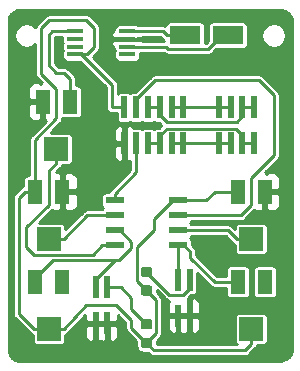
<source format=gbr>
G04 #@! TF.GenerationSoftware,KiCad,Pcbnew,(6.0.0-rc1-dev-713-g90df7a8b2)*
G04 #@! TF.CreationDate,2018-10-17T01:14:51-05:00*
G04 #@! TF.ProjectId,motores,6D6F746F7265732E6B696361645F7063,rev?*
G04 #@! TF.SameCoordinates,Original*
G04 #@! TF.FileFunction,Copper,L1,Top,Signal*
G04 #@! TF.FilePolarity,Positive*
%FSLAX46Y46*%
G04 Gerber Fmt 4.6, Leading zero omitted, Abs format (unit mm)*
G04 Created by KiCad (PCBNEW (6.0.0-rc1-dev-713-g90df7a8b2)) date mié 17 oct 2018 01:14:51 CDT*
%MOMM*%
%LPD*%
G01*
G04 APERTURE LIST*
G04 #@! TA.AperFunction,SMDPad,CuDef*
%ADD10R,0.500000X1.850000*%
G04 #@! TD*
G04 #@! TA.AperFunction,SMDPad,CuDef*
%ADD11R,2.600000X1.600000*%
G04 #@! TD*
G04 #@! TA.AperFunction,Conductor*
%ADD12C,0.100000*%
G04 #@! TD*
G04 #@! TA.AperFunction,SMDPad,CuDef*
%ADD13C,0.875000*%
G04 #@! TD*
G04 #@! TA.AperFunction,SMDPad,CuDef*
%ADD14R,1.300000X2.000000*%
G04 #@! TD*
G04 #@! TA.AperFunction,SMDPad,CuDef*
%ADD15R,2.000000X2.000000*%
G04 #@! TD*
G04 #@! TA.AperFunction,SMDPad,CuDef*
%ADD16R,1.450000X0.450000*%
G04 #@! TD*
G04 #@! TA.AperFunction,SMDPad,CuDef*
%ADD17R,1.550000X0.600000*%
G04 #@! TD*
G04 #@! TA.AperFunction,Conductor*
%ADD18C,0.250000*%
G04 #@! TD*
G04 #@! TA.AperFunction,Conductor*
%ADD19C,0.254000*%
G04 #@! TD*
G04 APERTURE END LIST*
D10*
G04 #@! TO.P,M2,4*
G04 #@! TO.N,GND*
X149090000Y-75820000D03*
G04 #@! TO.P,M2,3*
G04 #@! TO.N,Net-(M2-Pad3)*
X149090000Y-72770000D03*
G04 #@! TO.P,M2,2*
G04 #@! TO.N,GND*
X148090000Y-75820000D03*
G04 #@! TO.P,M2,1*
G04 #@! TO.N,Net-(M2-Pad1)*
X148090000Y-72770000D03*
G04 #@! TD*
G04 #@! TO.P,M1,4*
G04 #@! TO.N,GND*
X156075000Y-75185000D03*
G04 #@! TO.P,M1,3*
G04 #@! TO.N,Net-(M1-Pad3)*
X156075000Y-72135000D03*
G04 #@! TO.P,M1,2*
G04 #@! TO.N,GND*
X155075000Y-75185000D03*
G04 #@! TO.P,M1,1*
G04 #@! TO.N,Net-(M1-Pad1)*
X155075000Y-72135000D03*
G04 #@! TD*
G04 #@! TO.P,J2,8*
G04 #@! TO.N,/mot_2A*
X158520000Y-57530000D03*
G04 #@! TO.P,J2,7*
G04 #@! TO.N,/mot_2B*
X158520000Y-60580000D03*
G04 #@! TO.P,J2,6*
G04 #@! TO.N,/mot_2A*
X159520000Y-57530000D03*
G04 #@! TO.P,J2,5*
G04 #@! TO.N,/mot_2B*
X159520000Y-60580000D03*
G04 #@! TO.P,J2,4*
G04 #@! TO.N,/mot_1A*
X160520000Y-57530000D03*
G04 #@! TO.P,J2,3*
G04 #@! TO.N,/mot_1B*
X160520000Y-60580000D03*
G04 #@! TO.P,J2,2*
G04 #@! TO.N,/mot_1A*
X161520000Y-57530000D03*
G04 #@! TO.P,J2,1*
G04 #@! TO.N,/mot_1B*
X161520000Y-60580000D03*
G04 #@! TD*
D11*
G04 #@! TO.P,C1,1*
G04 #@! TO.N,Net-(C1-Pad1)*
X159280000Y-51435000D03*
G04 #@! TO.P,C1,2*
G04 #@! TO.N,Net-(C1-Pad2)*
X155680000Y-51435000D03*
G04 #@! TD*
D12*
G04 #@! TO.N,+3V3*
G04 #@! TO.C,R1*
G36*
X152677691Y-72588553D02*
X152698926Y-72591703D01*
X152719750Y-72596919D01*
X152739962Y-72604151D01*
X152759368Y-72613330D01*
X152777781Y-72624366D01*
X152795024Y-72637154D01*
X152810930Y-72651570D01*
X152825346Y-72667476D01*
X152838134Y-72684719D01*
X152849170Y-72703132D01*
X152858349Y-72722538D01*
X152865581Y-72742750D01*
X152870797Y-72763574D01*
X152873947Y-72784809D01*
X152875000Y-72806250D01*
X152875000Y-73243750D01*
X152873947Y-73265191D01*
X152870797Y-73286426D01*
X152865581Y-73307250D01*
X152858349Y-73327462D01*
X152849170Y-73346868D01*
X152838134Y-73365281D01*
X152825346Y-73382524D01*
X152810930Y-73398430D01*
X152795024Y-73412846D01*
X152777781Y-73425634D01*
X152759368Y-73436670D01*
X152739962Y-73445849D01*
X152719750Y-73453081D01*
X152698926Y-73458297D01*
X152677691Y-73461447D01*
X152656250Y-73462500D01*
X152143750Y-73462500D01*
X152122309Y-73461447D01*
X152101074Y-73458297D01*
X152080250Y-73453081D01*
X152060038Y-73445849D01*
X152040632Y-73436670D01*
X152022219Y-73425634D01*
X152004976Y-73412846D01*
X151989070Y-73398430D01*
X151974654Y-73382524D01*
X151961866Y-73365281D01*
X151950830Y-73346868D01*
X151941651Y-73327462D01*
X151934419Y-73307250D01*
X151929203Y-73286426D01*
X151926053Y-73265191D01*
X151925000Y-73243750D01*
X151925000Y-72806250D01*
X151926053Y-72784809D01*
X151929203Y-72763574D01*
X151934419Y-72742750D01*
X151941651Y-72722538D01*
X151950830Y-72703132D01*
X151961866Y-72684719D01*
X151974654Y-72667476D01*
X151989070Y-72651570D01*
X152004976Y-72637154D01*
X152022219Y-72624366D01*
X152040632Y-72613330D01*
X152060038Y-72604151D01*
X152080250Y-72596919D01*
X152101074Y-72591703D01*
X152122309Y-72588553D01*
X152143750Y-72587500D01*
X152656250Y-72587500D01*
X152677691Y-72588553D01*
X152677691Y-72588553D01*
G37*
D13*
G04 #@! TD*
G04 #@! TO.P,R1,1*
G04 #@! TO.N,+3V3*
X152400000Y-73025000D03*
D12*
G04 #@! TO.N,Net-(M1-Pad3)*
G04 #@! TO.C,R1*
G36*
X152677691Y-71013553D02*
X152698926Y-71016703D01*
X152719750Y-71021919D01*
X152739962Y-71029151D01*
X152759368Y-71038330D01*
X152777781Y-71049366D01*
X152795024Y-71062154D01*
X152810930Y-71076570D01*
X152825346Y-71092476D01*
X152838134Y-71109719D01*
X152849170Y-71128132D01*
X152858349Y-71147538D01*
X152865581Y-71167750D01*
X152870797Y-71188574D01*
X152873947Y-71209809D01*
X152875000Y-71231250D01*
X152875000Y-71668750D01*
X152873947Y-71690191D01*
X152870797Y-71711426D01*
X152865581Y-71732250D01*
X152858349Y-71752462D01*
X152849170Y-71771868D01*
X152838134Y-71790281D01*
X152825346Y-71807524D01*
X152810930Y-71823430D01*
X152795024Y-71837846D01*
X152777781Y-71850634D01*
X152759368Y-71861670D01*
X152739962Y-71870849D01*
X152719750Y-71878081D01*
X152698926Y-71883297D01*
X152677691Y-71886447D01*
X152656250Y-71887500D01*
X152143750Y-71887500D01*
X152122309Y-71886447D01*
X152101074Y-71883297D01*
X152080250Y-71878081D01*
X152060038Y-71870849D01*
X152040632Y-71861670D01*
X152022219Y-71850634D01*
X152004976Y-71837846D01*
X151989070Y-71823430D01*
X151974654Y-71807524D01*
X151961866Y-71790281D01*
X151950830Y-71771868D01*
X151941651Y-71752462D01*
X151934419Y-71732250D01*
X151929203Y-71711426D01*
X151926053Y-71690191D01*
X151925000Y-71668750D01*
X151925000Y-71231250D01*
X151926053Y-71209809D01*
X151929203Y-71188574D01*
X151934419Y-71167750D01*
X151941651Y-71147538D01*
X151950830Y-71128132D01*
X151961866Y-71109719D01*
X151974654Y-71092476D01*
X151989070Y-71076570D01*
X152004976Y-71062154D01*
X152022219Y-71049366D01*
X152040632Y-71038330D01*
X152060038Y-71029151D01*
X152080250Y-71021919D01*
X152101074Y-71016703D01*
X152122309Y-71013553D01*
X152143750Y-71012500D01*
X152656250Y-71012500D01*
X152677691Y-71013553D01*
X152677691Y-71013553D01*
G37*
D13*
G04 #@! TD*
G04 #@! TO.P,R1,2*
G04 #@! TO.N,Net-(M1-Pad3)*
X152400000Y-71450000D03*
D12*
G04 #@! TO.N,Net-(M2-Pad3)*
G04 #@! TO.C,R2*
G36*
X152677691Y-75458553D02*
X152698926Y-75461703D01*
X152719750Y-75466919D01*
X152739962Y-75474151D01*
X152759368Y-75483330D01*
X152777781Y-75494366D01*
X152795024Y-75507154D01*
X152810930Y-75521570D01*
X152825346Y-75537476D01*
X152838134Y-75554719D01*
X152849170Y-75573132D01*
X152858349Y-75592538D01*
X152865581Y-75612750D01*
X152870797Y-75633574D01*
X152873947Y-75654809D01*
X152875000Y-75676250D01*
X152875000Y-76113750D01*
X152873947Y-76135191D01*
X152870797Y-76156426D01*
X152865581Y-76177250D01*
X152858349Y-76197462D01*
X152849170Y-76216868D01*
X152838134Y-76235281D01*
X152825346Y-76252524D01*
X152810930Y-76268430D01*
X152795024Y-76282846D01*
X152777781Y-76295634D01*
X152759368Y-76306670D01*
X152739962Y-76315849D01*
X152719750Y-76323081D01*
X152698926Y-76328297D01*
X152677691Y-76331447D01*
X152656250Y-76332500D01*
X152143750Y-76332500D01*
X152122309Y-76331447D01*
X152101074Y-76328297D01*
X152080250Y-76323081D01*
X152060038Y-76315849D01*
X152040632Y-76306670D01*
X152022219Y-76295634D01*
X152004976Y-76282846D01*
X151989070Y-76268430D01*
X151974654Y-76252524D01*
X151961866Y-76235281D01*
X151950830Y-76216868D01*
X151941651Y-76197462D01*
X151934419Y-76177250D01*
X151929203Y-76156426D01*
X151926053Y-76135191D01*
X151925000Y-76113750D01*
X151925000Y-75676250D01*
X151926053Y-75654809D01*
X151929203Y-75633574D01*
X151934419Y-75612750D01*
X151941651Y-75592538D01*
X151950830Y-75573132D01*
X151961866Y-75554719D01*
X151974654Y-75537476D01*
X151989070Y-75521570D01*
X152004976Y-75507154D01*
X152022219Y-75494366D01*
X152040632Y-75483330D01*
X152060038Y-75474151D01*
X152080250Y-75466919D01*
X152101074Y-75461703D01*
X152122309Y-75458553D01*
X152143750Y-75457500D01*
X152656250Y-75457500D01*
X152677691Y-75458553D01*
X152677691Y-75458553D01*
G37*
D13*
G04 #@! TD*
G04 #@! TO.P,R2,2*
G04 #@! TO.N,Net-(M2-Pad3)*
X152400000Y-75895000D03*
D12*
G04 #@! TO.N,+3V3*
G04 #@! TO.C,R2*
G36*
X152677691Y-77033553D02*
X152698926Y-77036703D01*
X152719750Y-77041919D01*
X152739962Y-77049151D01*
X152759368Y-77058330D01*
X152777781Y-77069366D01*
X152795024Y-77082154D01*
X152810930Y-77096570D01*
X152825346Y-77112476D01*
X152838134Y-77129719D01*
X152849170Y-77148132D01*
X152858349Y-77167538D01*
X152865581Y-77187750D01*
X152870797Y-77208574D01*
X152873947Y-77229809D01*
X152875000Y-77251250D01*
X152875000Y-77688750D01*
X152873947Y-77710191D01*
X152870797Y-77731426D01*
X152865581Y-77752250D01*
X152858349Y-77772462D01*
X152849170Y-77791868D01*
X152838134Y-77810281D01*
X152825346Y-77827524D01*
X152810930Y-77843430D01*
X152795024Y-77857846D01*
X152777781Y-77870634D01*
X152759368Y-77881670D01*
X152739962Y-77890849D01*
X152719750Y-77898081D01*
X152698926Y-77903297D01*
X152677691Y-77906447D01*
X152656250Y-77907500D01*
X152143750Y-77907500D01*
X152122309Y-77906447D01*
X152101074Y-77903297D01*
X152080250Y-77898081D01*
X152060038Y-77890849D01*
X152040632Y-77881670D01*
X152022219Y-77870634D01*
X152004976Y-77857846D01*
X151989070Y-77843430D01*
X151974654Y-77827524D01*
X151961866Y-77810281D01*
X151950830Y-77791868D01*
X151941651Y-77772462D01*
X151934419Y-77752250D01*
X151929203Y-77731426D01*
X151926053Y-77710191D01*
X151925000Y-77688750D01*
X151925000Y-77251250D01*
X151926053Y-77229809D01*
X151929203Y-77208574D01*
X151934419Y-77187750D01*
X151941651Y-77167538D01*
X151950830Y-77148132D01*
X151961866Y-77129719D01*
X151974654Y-77112476D01*
X151989070Y-77096570D01*
X152004976Y-77082154D01*
X152022219Y-77069366D01*
X152040632Y-77058330D01*
X152060038Y-77049151D01*
X152080250Y-77041919D01*
X152101074Y-77036703D01*
X152122309Y-77033553D01*
X152143750Y-77032500D01*
X152656250Y-77032500D01*
X152677691Y-77033553D01*
X152677691Y-77033553D01*
G37*
D13*
G04 #@! TD*
G04 #@! TO.P,R2,1*
G04 #@! TO.N,+3V3*
X152400000Y-77470000D03*
D14*
G04 #@! TO.P,RV1,1*
G04 #@! TO.N,GND*
X143630000Y-57055000D03*
D15*
G04 #@! TO.P,RV1,2*
G04 #@! TO.N,/v-*
X144780000Y-61055000D03*
D14*
G04 #@! TO.P,RV1,3*
G04 #@! TO.N,-3V3*
X145930000Y-57055000D03*
G04 #@! TD*
G04 #@! TO.P,RV2,3*
G04 #@! TO.N,Net-(RV2-Pad3)*
X162440000Y-72295000D03*
D15*
G04 #@! TO.P,RV2,2*
G04 #@! TO.N,+3V3*
X161290000Y-76295000D03*
D14*
G04 #@! TO.P,RV2,1*
G04 #@! TO.N,Net-(M1-Pad1)*
X160140000Y-72295000D03*
G04 #@! TD*
G04 #@! TO.P,RV3,1*
G04 #@! TO.N,Net-(M2-Pad1)*
X142995000Y-72295000D03*
D15*
G04 #@! TO.P,RV3,2*
G04 #@! TO.N,+3V3*
X144145000Y-76295000D03*
D14*
G04 #@! TO.P,RV3,3*
G04 #@! TO.N,Net-(RV3-Pad3)*
X145295000Y-72295000D03*
G04 #@! TD*
G04 #@! TO.P,RV4,1*
G04 #@! TO.N,+3V3*
X142995000Y-64675000D03*
D15*
G04 #@! TO.P,RV4,2*
G04 #@! TO.N,Net-(RV4-Pad2)*
X144145000Y-68675000D03*
D14*
G04 #@! TO.P,RV4,3*
G04 #@! TO.N,GND*
X145295000Y-64675000D03*
G04 #@! TD*
G04 #@! TO.P,RV5,3*
G04 #@! TO.N,GND*
X162440000Y-64675000D03*
D15*
G04 #@! TO.P,RV5,2*
G04 #@! TO.N,Net-(RV5-Pad2)*
X161290000Y-68675000D03*
D14*
G04 #@! TO.P,RV5,1*
G04 #@! TO.N,+3V3*
X160140000Y-64675000D03*
G04 #@! TD*
D16*
G04 #@! TO.P,U1,1*
G04 #@! TO.N,Net-(U1-Pad1)*
X150790000Y-53045000D03*
G04 #@! TO.P,U1,2*
G04 #@! TO.N,Net-(C1-Pad1)*
X150790000Y-52395000D03*
G04 #@! TO.P,U1,3*
G04 #@! TO.N,GND*
X150790000Y-51745000D03*
G04 #@! TO.P,U1,4*
G04 #@! TO.N,Net-(C1-Pad2)*
X150790000Y-51095000D03*
G04 #@! TO.P,U1,5*
G04 #@! TO.N,-3V3*
X146390000Y-51095000D03*
G04 #@! TO.P,U1,6*
G04 #@! TO.N,Net-(U1-Pad6)*
X146390000Y-51745000D03*
G04 #@! TO.P,U1,7*
G04 #@! TO.N,Net-(U1-Pad7)*
X146390000Y-52395000D03*
G04 #@! TO.P,U1,8*
G04 #@! TO.N,+3V3*
X146390000Y-53045000D03*
G04 #@! TD*
D17*
G04 #@! TO.P,U2,1*
G04 #@! TO.N,/motorDRPM*
X149700000Y-65405000D03*
G04 #@! TO.P,U2,2*
G04 #@! TO.N,Net-(RV4-Pad2)*
X149700000Y-66675000D03*
G04 #@! TO.P,U2,3*
G04 #@! TO.N,Net-(M2-Pad1)*
X149700000Y-67945000D03*
G04 #@! TO.P,U2,4*
G04 #@! TO.N,/v-*
X149700000Y-69215000D03*
G04 #@! TO.P,U2,5*
G04 #@! TO.N,Net-(M1-Pad1)*
X155100000Y-69215000D03*
G04 #@! TO.P,U2,6*
G04 #@! TO.N,Net-(RV5-Pad2)*
X155100000Y-67945000D03*
G04 #@! TO.P,U2,7*
G04 #@! TO.N,/motorIRPM*
X155100000Y-66675000D03*
G04 #@! TO.P,U2,8*
G04 #@! TO.N,+3V3*
X155100000Y-65405000D03*
G04 #@! TD*
D10*
G04 #@! TO.P,J1,1*
G04 #@! TO.N,+3V3*
X150535000Y-57530000D03*
G04 #@! TO.P,J1,2*
G04 #@! TO.N,GND*
X150535000Y-60580000D03*
G04 #@! TO.P,J1,3*
G04 #@! TO.N,/motorIRPM*
X151535000Y-57530000D03*
G04 #@! TO.P,J1,4*
G04 #@! TO.N,/motorDRPM*
X151535000Y-60580000D03*
G04 #@! TO.P,J1,5*
G04 #@! TO.N,/mot_1A*
X152535000Y-57530000D03*
G04 #@! TO.P,J1,6*
G04 #@! TO.N,/mot_1B*
X152535000Y-60580000D03*
G04 #@! TO.P,J1,7*
G04 #@! TO.N,/mot_1A*
X153535000Y-57530000D03*
G04 #@! TO.P,J1,8*
G04 #@! TO.N,/mot_1B*
X153535000Y-60580000D03*
G04 #@! TO.P,J1,9*
G04 #@! TO.N,/mot_2A*
X154535000Y-57530000D03*
G04 #@! TO.P,J1,10*
G04 #@! TO.N,/mot_2B*
X154535000Y-60580000D03*
G04 #@! TO.P,J1,11*
G04 #@! TO.N,/mot_2A*
X155535000Y-57530000D03*
G04 #@! TO.P,J1,12*
G04 #@! TO.N,/mot_2B*
X155535000Y-60580000D03*
G04 #@! TD*
D18*
G04 #@! TO.N,Net-(C1-Pad1)*
X151765000Y-52395000D02*
X150790000Y-52395000D01*
X154220000Y-52560001D02*
X154054999Y-52395000D01*
X154054999Y-52395000D02*
X151765000Y-52395000D01*
X158780000Y-51435000D02*
X157654999Y-52560001D01*
X157654999Y-52560001D02*
X154220000Y-52560001D01*
X159280000Y-51435000D02*
X158780000Y-51435000D01*
G04 #@! TO.N,Net-(C1-Pad2)*
X153790000Y-51095000D02*
X151765000Y-51095000D01*
X154130000Y-51435000D02*
X153790000Y-51095000D01*
X151765000Y-51095000D02*
X150790000Y-51095000D01*
X155680000Y-51435000D02*
X154130000Y-51435000D01*
G04 #@! TO.N,+3V3*
X161290000Y-77545000D02*
X160730000Y-78105000D01*
X161290000Y-76295000D02*
X161290000Y-77545000D01*
X153035000Y-78105000D02*
X152400000Y-77470000D01*
X160730000Y-78105000D02*
X153035000Y-78105000D01*
X160140000Y-64675000D02*
X158210000Y-64675000D01*
X157480000Y-65405000D02*
X155100000Y-65405000D01*
X158210000Y-64675000D02*
X157480000Y-65405000D01*
X152861612Y-77008388D02*
X152400000Y-77470000D01*
X153200010Y-76669990D02*
X152861612Y-77008388D01*
X153200010Y-73825010D02*
X153200010Y-76669990D01*
X152400000Y-73025000D02*
X153200010Y-73825010D01*
X160140000Y-64325000D02*
X160020000Y-64205000D01*
X160140000Y-64675000D02*
X160140000Y-64325000D01*
X149480000Y-57530000D02*
X150535000Y-57530000D01*
X149480000Y-55635000D02*
X149480000Y-57530000D01*
X146890000Y-53045000D02*
X149480000Y-55635000D01*
X146390000Y-53045000D02*
X146890000Y-53045000D01*
X151599990Y-72224990D02*
X151599990Y-69380010D01*
X152400000Y-73025000D02*
X151599990Y-72224990D01*
X151599990Y-69380010D02*
X153035000Y-67945000D01*
X154625000Y-65405000D02*
X155100000Y-65405000D01*
X153035000Y-66995000D02*
X154625000Y-65405000D01*
X153035000Y-67945000D02*
X153035000Y-66995000D01*
X142095000Y-64675000D02*
X141605000Y-65165000D01*
X142995000Y-64675000D02*
X142095000Y-64675000D01*
X142895000Y-76295000D02*
X144145000Y-76295000D01*
X141605000Y-75005000D02*
X142895000Y-76295000D01*
X141605000Y-65165000D02*
X141605000Y-75005000D01*
X151130000Y-75565000D02*
X151130000Y-76200000D01*
X149860000Y-74295000D02*
X151130000Y-75565000D01*
X147320000Y-74295000D02*
X149860000Y-74295000D01*
X151130000Y-76200000D02*
X152400000Y-77470000D01*
X144145000Y-76295000D02*
X145395000Y-76295000D01*
X145395000Y-76295000D02*
X147320000Y-74295000D01*
X142995000Y-60254998D02*
X144780000Y-58469998D01*
X142995000Y-64675000D02*
X142995000Y-60254998D01*
X144780000Y-55969998D02*
X143510000Y-54699998D01*
X144780000Y-58469998D02*
X144780000Y-55969998D01*
X143510000Y-54699998D02*
X143510000Y-50800000D01*
X143510000Y-50800000D02*
X144145000Y-50165000D01*
X144145000Y-50165000D02*
X147320000Y-50165000D01*
X147320000Y-50165000D02*
X147955000Y-50800000D01*
X147365000Y-53045000D02*
X146390000Y-53045000D01*
X147955000Y-52455000D02*
X147365000Y-53045000D01*
X147955000Y-50800000D02*
X147955000Y-52455000D01*
G04 #@! TO.N,/motorIRPM*
X156125000Y-66675000D02*
X155100000Y-66675000D01*
X161290000Y-63500000D02*
X161290000Y-65760002D01*
X151535000Y-57530000D02*
X151535000Y-56855000D01*
X153145000Y-55245000D02*
X161925000Y-55245000D01*
X151535000Y-56855000D02*
X153145000Y-55245000D01*
X161290000Y-65760002D02*
X160375002Y-66675000D01*
X163195000Y-61595000D02*
X161290000Y-63500000D01*
X160375002Y-66675000D02*
X156125000Y-66675000D01*
X161925000Y-55245000D02*
X163195000Y-56515000D01*
X163195000Y-56515000D02*
X163195000Y-61595000D01*
G04 #@! TO.N,/mot_1A*
X152535000Y-57530000D02*
X153535000Y-57530000D01*
X160520000Y-57530000D02*
X161520000Y-57530000D01*
X153535000Y-58205000D02*
X153535000Y-57530000D01*
X154110001Y-58780001D02*
X153535000Y-58205000D01*
X160030001Y-58780001D02*
X154110001Y-58780001D01*
X160520000Y-58290002D02*
X160030001Y-58780001D01*
X160520000Y-57530000D02*
X160520000Y-58290002D01*
G04 #@! TO.N,/mot_2A*
X154535000Y-57530000D02*
X155535000Y-57530000D01*
X158520000Y-57530000D02*
X159520000Y-57530000D01*
X158520000Y-57530000D02*
X155535000Y-57530000D01*
G04 #@! TO.N,/mot_2B*
X155535000Y-60580000D02*
X154535000Y-60580000D01*
X158520000Y-60580000D02*
X159520000Y-60580000D01*
X158520000Y-60580000D02*
X155535000Y-60580000D01*
G04 #@! TO.N,/mot_1B*
X152535000Y-60580000D02*
X153535000Y-60580000D01*
X160520000Y-60580000D02*
X161520000Y-60580000D01*
X153535000Y-59905000D02*
X153535000Y-60580000D01*
X154110001Y-59329999D02*
X153535000Y-59905000D01*
X159944999Y-59329999D02*
X154110001Y-59329999D01*
X160520000Y-59905000D02*
X159944999Y-59329999D01*
X160520000Y-60580000D02*
X160520000Y-59905000D01*
G04 #@! TO.N,/motorDRPM*
X151535000Y-61755000D02*
X151535000Y-60580000D01*
X151535000Y-63020000D02*
X151535000Y-61755000D01*
X149700000Y-64855000D02*
X151535000Y-63020000D01*
X149700000Y-65405000D02*
X149700000Y-64855000D01*
G04 #@! TO.N,Net-(M1-Pad1)*
X155100000Y-72110000D02*
X155075000Y-72135000D01*
X155100000Y-69215000D02*
X155100000Y-72110000D01*
X155575000Y-69215000D02*
X155100000Y-69215000D01*
X156125000Y-69765000D02*
X155575000Y-69215000D01*
X156125000Y-70240000D02*
X156125000Y-69765000D01*
X158180000Y-72295000D02*
X156125000Y-70240000D01*
X160140000Y-72295000D02*
X158180000Y-72295000D01*
G04 #@! TO.N,Net-(M1-Pad3)*
X155499999Y-73385001D02*
X156075000Y-72810000D01*
X156075000Y-72810000D02*
X156075000Y-72135000D01*
X154335001Y-73385001D02*
X155499999Y-73385001D01*
X152400000Y-71450000D02*
X154335001Y-73385001D01*
G04 #@! TO.N,Net-(M2-Pad3)*
X149090000Y-72770000D02*
X150240000Y-72770000D01*
X150240000Y-72770000D02*
X151130000Y-73660000D01*
X151130000Y-74625000D02*
X152400000Y-75895000D01*
X151130000Y-73660000D02*
X151130000Y-74625000D01*
G04 #@! TO.N,Net-(M2-Pad1)*
X142995000Y-71945000D02*
X144455000Y-70485000D01*
X142995000Y-72295000D02*
X142995000Y-71945000D01*
X150090002Y-70485000D02*
X151130000Y-69445002D01*
X144455000Y-70485000D02*
X150090002Y-70485000D01*
X150175000Y-67945000D02*
X149700000Y-67945000D01*
X151130000Y-68900000D02*
X150175000Y-67945000D01*
X151130000Y-69445002D02*
X151130000Y-68900000D01*
X149700000Y-70485000D02*
X150090002Y-70485000D01*
X148090000Y-72095000D02*
X149700000Y-70485000D01*
X148090000Y-72770000D02*
X148090000Y-72095000D01*
G04 #@! TO.N,/v-*
X148675000Y-69215000D02*
X147889999Y-70000001D01*
X144145000Y-65760002D02*
X144145000Y-62865000D01*
X142240000Y-69355002D02*
X142240000Y-67665002D01*
X142240000Y-67665002D02*
X144145000Y-65760002D01*
X142884999Y-70000001D02*
X142240000Y-69355002D01*
X144145000Y-62865000D02*
X144780000Y-62305000D01*
X144780000Y-62305000D02*
X144780000Y-61055000D01*
X147889999Y-70000001D02*
X142884999Y-70000001D01*
X149700000Y-69215000D02*
X148675000Y-69215000D01*
G04 #@! TO.N,-3V3*
X146390000Y-51095000D02*
X144440000Y-51095000D01*
X144440000Y-51095000D02*
X144145000Y-51390000D01*
X144145000Y-51390000D02*
X144145000Y-53975000D01*
X144145000Y-53975000D02*
X144780000Y-54610000D01*
X144780000Y-54610000D02*
X145415000Y-54610000D01*
X145930000Y-55125000D02*
X145930000Y-57055000D01*
X145415000Y-54610000D02*
X145930000Y-55125000D01*
G04 #@! TO.N,Net-(RV4-Pad2)*
X145395000Y-68675000D02*
X147395000Y-66675000D01*
X148675000Y-66675000D02*
X149700000Y-66675000D01*
X147395000Y-66675000D02*
X148675000Y-66675000D01*
X144145000Y-68675000D02*
X145395000Y-68675000D01*
G04 #@! TO.N,Net-(RV5-Pad2)*
X156125000Y-67945000D02*
X155100000Y-67945000D01*
X159310000Y-67945000D02*
X156125000Y-67945000D01*
X160040000Y-68675000D02*
X159310000Y-67945000D01*
X161290000Y-68675000D02*
X160040000Y-68675000D01*
G04 #@! TD*
D19*
G04 #@! TO.N,GND*
G36*
X164124752Y-49355174D02*
X164383953Y-49504824D01*
X164576340Y-49734103D01*
X164684849Y-50032227D01*
X164698001Y-50182559D01*
X164698000Y-78069829D01*
X164639826Y-78399752D01*
X164490176Y-78658953D01*
X164260897Y-78851340D01*
X163962774Y-78959849D01*
X163812452Y-78973000D01*
X141640171Y-78973000D01*
X141310248Y-78914826D01*
X141051047Y-78765176D01*
X140858660Y-78535897D01*
X140750151Y-78237774D01*
X140737000Y-78087452D01*
X140737000Y-65165000D01*
X141093167Y-65165000D01*
X141103000Y-65214434D01*
X141103001Y-74955561D01*
X141093167Y-75005000D01*
X141132128Y-75200870D01*
X141215074Y-75325008D01*
X141215076Y-75325010D01*
X141243080Y-75366921D01*
X141284991Y-75394925D01*
X142505075Y-76615010D01*
X142533079Y-76656921D01*
X142604046Y-76704340D01*
X142699128Y-76767872D01*
X142699129Y-76767872D01*
X142699130Y-76767873D01*
X142760615Y-76780103D01*
X142760615Y-77295000D01*
X142789875Y-77442098D01*
X142873199Y-77566801D01*
X142997902Y-77650125D01*
X143145000Y-77679385D01*
X145145000Y-77679385D01*
X145292098Y-77650125D01*
X145416801Y-77566801D01*
X145500125Y-77442098D01*
X145529385Y-77295000D01*
X145529385Y-76780103D01*
X145590870Y-76767873D01*
X145595009Y-76765108D01*
X145599869Y-76764044D01*
X145677882Y-76709733D01*
X145756921Y-76656921D01*
X145787613Y-76610987D01*
X146273903Y-76105750D01*
X147205000Y-76105750D01*
X147205000Y-76871309D01*
X147301673Y-77104698D01*
X147480301Y-77283327D01*
X147713690Y-77380000D01*
X147806250Y-77380000D01*
X147965000Y-77221250D01*
X147965000Y-76105750D01*
X148205000Y-76105750D01*
X148205000Y-76871309D01*
X148215000Y-76895451D01*
X148215000Y-77221250D01*
X148373750Y-77380000D01*
X148466310Y-77380000D01*
X148590000Y-77328766D01*
X148713690Y-77380000D01*
X148806250Y-77380000D01*
X148965000Y-77221250D01*
X148965000Y-76895451D01*
X148975000Y-76871309D01*
X148975000Y-76105750D01*
X148965000Y-76095750D01*
X148965000Y-75947000D01*
X149215000Y-75947000D01*
X149215000Y-77221250D01*
X149373750Y-77380000D01*
X149466310Y-77380000D01*
X149699699Y-77283327D01*
X149878327Y-77104698D01*
X149975000Y-76871309D01*
X149975000Y-76105750D01*
X149816250Y-75947000D01*
X149215000Y-75947000D01*
X148965000Y-75947000D01*
X148215000Y-75947000D01*
X148215000Y-76095750D01*
X148205000Y-76105750D01*
X147965000Y-76105750D01*
X147965000Y-75947000D01*
X147363750Y-75947000D01*
X147205000Y-76105750D01*
X146273903Y-76105750D01*
X147205000Y-75138377D01*
X147205000Y-75534250D01*
X147363750Y-75693000D01*
X147965000Y-75693000D01*
X147965000Y-75673000D01*
X148215000Y-75673000D01*
X148215000Y-75693000D01*
X148965000Y-75693000D01*
X148965000Y-75673000D01*
X149215000Y-75673000D01*
X149215000Y-75693000D01*
X149816250Y-75693000D01*
X149975000Y-75534250D01*
X149975000Y-75119935D01*
X150628000Y-75772936D01*
X150628001Y-76150562D01*
X150618167Y-76200000D01*
X150657128Y-76395870D01*
X150740074Y-76520008D01*
X150740076Y-76520010D01*
X150768080Y-76561921D01*
X150809991Y-76589925D01*
X151540615Y-77320550D01*
X151540615Y-77688750D01*
X151586526Y-77919560D01*
X151717269Y-78115231D01*
X151912940Y-78245974D01*
X152143750Y-78291885D01*
X152511950Y-78291885D01*
X152645074Y-78425009D01*
X152673079Y-78466921D01*
X152839130Y-78577873D01*
X152985561Y-78607000D01*
X152985566Y-78607000D01*
X153035000Y-78616833D01*
X153084434Y-78607000D01*
X160680566Y-78607000D01*
X160730000Y-78616833D01*
X160779434Y-78607000D01*
X160779439Y-78607000D01*
X160925870Y-78577873D01*
X161091921Y-78466921D01*
X161119927Y-78425007D01*
X161610009Y-77934926D01*
X161651921Y-77906921D01*
X161762873Y-77740870D01*
X161775103Y-77679385D01*
X162290000Y-77679385D01*
X162437098Y-77650125D01*
X162561801Y-77566801D01*
X162645125Y-77442098D01*
X162674385Y-77295000D01*
X162674385Y-75295000D01*
X162645125Y-75147902D01*
X162561801Y-75023199D01*
X162437098Y-74939875D01*
X162290000Y-74910615D01*
X160290000Y-74910615D01*
X160142902Y-74939875D01*
X160018199Y-75023199D01*
X159934875Y-75147902D01*
X159905615Y-75295000D01*
X159905615Y-77295000D01*
X159934875Y-77442098D01*
X160018199Y-77566801D01*
X160072375Y-77603000D01*
X153259385Y-77603000D01*
X153259385Y-77320549D01*
X153520019Y-77059916D01*
X153561931Y-77031911D01*
X153672883Y-76865860D01*
X153702010Y-76719429D01*
X153702010Y-76719425D01*
X153711843Y-76669991D01*
X153702010Y-76620557D01*
X153702010Y-75470750D01*
X154190000Y-75470750D01*
X154190000Y-76236309D01*
X154286673Y-76469698D01*
X154465301Y-76648327D01*
X154698690Y-76745000D01*
X154791250Y-76745000D01*
X154950000Y-76586250D01*
X154950000Y-75470750D01*
X155190000Y-75470750D01*
X155190000Y-76236309D01*
X155200000Y-76260451D01*
X155200000Y-76586250D01*
X155358750Y-76745000D01*
X155451310Y-76745000D01*
X155575000Y-76693766D01*
X155698690Y-76745000D01*
X155791250Y-76745000D01*
X155950000Y-76586250D01*
X155950000Y-76260451D01*
X155960000Y-76236309D01*
X155960000Y-75470750D01*
X155950000Y-75460750D01*
X155950000Y-75312000D01*
X156200000Y-75312000D01*
X156200000Y-76586250D01*
X156358750Y-76745000D01*
X156451310Y-76745000D01*
X156684699Y-76648327D01*
X156863327Y-76469698D01*
X156960000Y-76236309D01*
X156960000Y-75470750D01*
X156801250Y-75312000D01*
X156200000Y-75312000D01*
X155950000Y-75312000D01*
X155200000Y-75312000D01*
X155200000Y-75460750D01*
X155190000Y-75470750D01*
X154950000Y-75470750D01*
X154950000Y-75312000D01*
X154348750Y-75312000D01*
X154190000Y-75470750D01*
X153702010Y-75470750D01*
X153702010Y-73874444D01*
X153711843Y-73825010D01*
X153702010Y-73775576D01*
X153702010Y-73775571D01*
X153672883Y-73629140D01*
X153561931Y-73463089D01*
X153520020Y-73435085D01*
X153259385Y-73174450D01*
X153259385Y-73019320D01*
X153945076Y-73705011D01*
X153973080Y-73746922D01*
X154014991Y-73774926D01*
X154014992Y-73774927D01*
X154028197Y-73783750D01*
X154139131Y-73857874D01*
X154285562Y-73887001D01*
X154285567Y-73887001D01*
X154297584Y-73889391D01*
X154286673Y-73900302D01*
X154190000Y-74133691D01*
X154190000Y-74899250D01*
X154348750Y-75058000D01*
X154950000Y-75058000D01*
X154950000Y-75038000D01*
X155200000Y-75038000D01*
X155200000Y-75058000D01*
X155950000Y-75058000D01*
X155950000Y-74909250D01*
X155960000Y-74899250D01*
X155960000Y-74133691D01*
X155950000Y-74109549D01*
X155950000Y-73783750D01*
X156200000Y-73783750D01*
X156200000Y-75058000D01*
X156801250Y-75058000D01*
X156960000Y-74899250D01*
X156960000Y-74133691D01*
X156863327Y-73900302D01*
X156684699Y-73721673D01*
X156451310Y-73625000D01*
X156358750Y-73625000D01*
X156200000Y-73783750D01*
X155950000Y-73783750D01*
X155882449Y-73716199D01*
X155889926Y-73705008D01*
X156150550Y-73444385D01*
X156325000Y-73444385D01*
X156472098Y-73415125D01*
X156596801Y-73331801D01*
X156680125Y-73207098D01*
X156709385Y-73060000D01*
X156709385Y-71534319D01*
X157790075Y-72615010D01*
X157818079Y-72656921D01*
X157984130Y-72767873D01*
X158130561Y-72797000D01*
X158130566Y-72797000D01*
X158180000Y-72806833D01*
X158229434Y-72797000D01*
X159105615Y-72797000D01*
X159105615Y-73295000D01*
X159134875Y-73442098D01*
X159218199Y-73566801D01*
X159342902Y-73650125D01*
X159490000Y-73679385D01*
X160790000Y-73679385D01*
X160937098Y-73650125D01*
X161061801Y-73566801D01*
X161145125Y-73442098D01*
X161174385Y-73295000D01*
X161174385Y-71295000D01*
X161405615Y-71295000D01*
X161405615Y-73295000D01*
X161434875Y-73442098D01*
X161518199Y-73566801D01*
X161642902Y-73650125D01*
X161790000Y-73679385D01*
X163090000Y-73679385D01*
X163237098Y-73650125D01*
X163361801Y-73566801D01*
X163445125Y-73442098D01*
X163474385Y-73295000D01*
X163474385Y-71295000D01*
X163445125Y-71147902D01*
X163361801Y-71023199D01*
X163237098Y-70939875D01*
X163090000Y-70910615D01*
X161790000Y-70910615D01*
X161642902Y-70939875D01*
X161518199Y-71023199D01*
X161434875Y-71147902D01*
X161405615Y-71295000D01*
X161174385Y-71295000D01*
X161145125Y-71147902D01*
X161061801Y-71023199D01*
X160937098Y-70939875D01*
X160790000Y-70910615D01*
X159490000Y-70910615D01*
X159342902Y-70939875D01*
X159218199Y-71023199D01*
X159134875Y-71147902D01*
X159105615Y-71295000D01*
X159105615Y-71793000D01*
X158387935Y-71793000D01*
X156627000Y-70032066D01*
X156627000Y-69814433D01*
X156636833Y-69764999D01*
X156627000Y-69715565D01*
X156627000Y-69715561D01*
X156597873Y-69569130D01*
X156585674Y-69550872D01*
X156514925Y-69444990D01*
X156486921Y-69403079D01*
X156445009Y-69375074D01*
X156259385Y-69189450D01*
X156259385Y-68915000D01*
X156230125Y-68767902D01*
X156146801Y-68643199D01*
X156052217Y-68580000D01*
X156146801Y-68516801D01*
X156193441Y-68447000D01*
X159102066Y-68447000D01*
X159650075Y-68995009D01*
X159678079Y-69036921D01*
X159844130Y-69147873D01*
X159905615Y-69160103D01*
X159905615Y-69675000D01*
X159934875Y-69822098D01*
X160018199Y-69946801D01*
X160142902Y-70030125D01*
X160290000Y-70059385D01*
X162290000Y-70059385D01*
X162437098Y-70030125D01*
X162561801Y-69946801D01*
X162645125Y-69822098D01*
X162674385Y-69675000D01*
X162674385Y-67675000D01*
X162645125Y-67527902D01*
X162561801Y-67403199D01*
X162437098Y-67319875D01*
X162290000Y-67290615D01*
X160290000Y-67290615D01*
X160142902Y-67319875D01*
X160018199Y-67403199D01*
X159934875Y-67527902D01*
X159905615Y-67675000D01*
X159905615Y-67830681D01*
X159699927Y-67624993D01*
X159671921Y-67583079D01*
X159505870Y-67472127D01*
X159359439Y-67443000D01*
X159359434Y-67443000D01*
X159310000Y-67433167D01*
X159260566Y-67443000D01*
X156193441Y-67443000D01*
X156146801Y-67373199D01*
X156052217Y-67310000D01*
X156146801Y-67246801D01*
X156193441Y-67177000D01*
X160325568Y-67177000D01*
X160375002Y-67186833D01*
X160424436Y-67177000D01*
X160424441Y-67177000D01*
X160570872Y-67147873D01*
X160736923Y-67036921D01*
X160764929Y-66995007D01*
X161512544Y-66247393D01*
X161663690Y-66310000D01*
X162154250Y-66310000D01*
X162313000Y-66151250D01*
X162313000Y-64802000D01*
X162567000Y-64802000D01*
X162567000Y-66151250D01*
X162725750Y-66310000D01*
X163216310Y-66310000D01*
X163449699Y-66213327D01*
X163628327Y-66034698D01*
X163725000Y-65801309D01*
X163725000Y-64960750D01*
X163566250Y-64802000D01*
X162567000Y-64802000D01*
X162313000Y-64802000D01*
X162293000Y-64802000D01*
X162293000Y-64548000D01*
X162313000Y-64548000D01*
X162313000Y-64528000D01*
X162567000Y-64528000D01*
X162567000Y-64548000D01*
X163566250Y-64548000D01*
X163725000Y-64389250D01*
X163725000Y-63548691D01*
X163628327Y-63315302D01*
X163449699Y-63136673D01*
X163216310Y-63040000D01*
X162725750Y-63040000D01*
X162567002Y-63198748D01*
X162567002Y-63040000D01*
X162459934Y-63040000D01*
X163515010Y-61984925D01*
X163556921Y-61956921D01*
X163667873Y-61790870D01*
X163697000Y-61644439D01*
X163697000Y-61644434D01*
X163706833Y-61595000D01*
X163697000Y-61545566D01*
X163697000Y-56564433D01*
X163706833Y-56514999D01*
X163697000Y-56465565D01*
X163697000Y-56465561D01*
X163667873Y-56319130D01*
X163645478Y-56285613D01*
X163584926Y-56194990D01*
X163584923Y-56194987D01*
X163556921Y-56153079D01*
X163515013Y-56125077D01*
X162314927Y-54924993D01*
X162286921Y-54883079D01*
X162120870Y-54772127D01*
X161974439Y-54743000D01*
X161974434Y-54743000D01*
X161925000Y-54733167D01*
X161875566Y-54743000D01*
X153194434Y-54743000D01*
X153145000Y-54733167D01*
X153095566Y-54743000D01*
X153095561Y-54743000D01*
X152949130Y-54772127D01*
X152783079Y-54883079D01*
X152755075Y-54924990D01*
X151459451Y-56220615D01*
X151285000Y-56220615D01*
X151137902Y-56249875D01*
X151035000Y-56318632D01*
X150932098Y-56249875D01*
X150785000Y-56220615D01*
X150285000Y-56220615D01*
X150137902Y-56249875D01*
X150013199Y-56333199D01*
X149982000Y-56379892D01*
X149982000Y-55684433D01*
X149991833Y-55634999D01*
X149982000Y-55585565D01*
X149982000Y-55585561D01*
X149952873Y-55439130D01*
X149930478Y-55405613D01*
X149869926Y-55314990D01*
X149869923Y-55314987D01*
X149841921Y-55273079D01*
X149800013Y-55245077D01*
X147837434Y-53282500D01*
X148275009Y-52844926D01*
X148316921Y-52816921D01*
X148357714Y-52755871D01*
X148385017Y-52715008D01*
X148427873Y-52650870D01*
X148457000Y-52504439D01*
X148457000Y-52504435D01*
X148466833Y-52455001D01*
X148457000Y-52405567D01*
X148457000Y-51393690D01*
X149430000Y-51393690D01*
X149430000Y-51473750D01*
X149588750Y-51632500D01*
X149854109Y-51632500D01*
X149917902Y-51675125D01*
X150065000Y-51704385D01*
X151515000Y-51704385D01*
X151662098Y-51675125D01*
X151725891Y-51632500D01*
X151991250Y-51632500D01*
X152026750Y-51597000D01*
X153582066Y-51597000D01*
X153740074Y-51755009D01*
X153768079Y-51796921D01*
X153911871Y-51893000D01*
X152026750Y-51893000D01*
X151991250Y-51857500D01*
X151725891Y-51857500D01*
X151662098Y-51814875D01*
X151515000Y-51785615D01*
X150065000Y-51785615D01*
X149917902Y-51814875D01*
X149854109Y-51857500D01*
X149588750Y-51857500D01*
X149430000Y-52016250D01*
X149430000Y-52096310D01*
X149526673Y-52329699D01*
X149680615Y-52483640D01*
X149680615Y-52620000D01*
X149700507Y-52720000D01*
X149680615Y-52820000D01*
X149680615Y-53270000D01*
X149709875Y-53417098D01*
X149793199Y-53541801D01*
X149917902Y-53625125D01*
X150065000Y-53654385D01*
X151515000Y-53654385D01*
X151662098Y-53625125D01*
X151786801Y-53541801D01*
X151870125Y-53417098D01*
X151899385Y-53270000D01*
X151899385Y-52897000D01*
X153841427Y-52897000D01*
X153858079Y-52921922D01*
X154024130Y-53032874D01*
X154170561Y-53062001D01*
X154170566Y-53062001D01*
X154220000Y-53071834D01*
X154269434Y-53062001D01*
X157605565Y-53062001D01*
X157654999Y-53071834D01*
X157704433Y-53062001D01*
X157704438Y-53062001D01*
X157850869Y-53032874D01*
X158016920Y-52921922D01*
X158044926Y-52880008D01*
X158305549Y-52619385D01*
X160580000Y-52619385D01*
X160727098Y-52590125D01*
X160851801Y-52506801D01*
X160935125Y-52382098D01*
X160964385Y-52235000D01*
X160964385Y-51435000D01*
X162138000Y-51435000D01*
X162218459Y-51839496D01*
X162447588Y-52182412D01*
X162790504Y-52411541D01*
X163195000Y-52492000D01*
X163599496Y-52411541D01*
X163942412Y-52182412D01*
X164171541Y-51839496D01*
X164252000Y-51435000D01*
X164171541Y-51030504D01*
X163942412Y-50687588D01*
X163599496Y-50458459D01*
X163195000Y-50378000D01*
X162790504Y-50458459D01*
X162447588Y-50687588D01*
X162218459Y-51030504D01*
X162138000Y-51435000D01*
X160964385Y-51435000D01*
X160964385Y-50635000D01*
X160935125Y-50487902D01*
X160851801Y-50363199D01*
X160727098Y-50279875D01*
X160580000Y-50250615D01*
X157980000Y-50250615D01*
X157832902Y-50279875D01*
X157708199Y-50363199D01*
X157624875Y-50487902D01*
X157595615Y-50635000D01*
X157595615Y-51909451D01*
X157447065Y-52058001D01*
X157364385Y-52058001D01*
X157364385Y-50635000D01*
X157335125Y-50487902D01*
X157251801Y-50363199D01*
X157127098Y-50279875D01*
X156980000Y-50250615D01*
X154380000Y-50250615D01*
X154232902Y-50279875D01*
X154108199Y-50363199D01*
X154024875Y-50487902D01*
X153996732Y-50629385D01*
X153985870Y-50622127D01*
X153839439Y-50593000D01*
X153839434Y-50593000D01*
X153790000Y-50583167D01*
X153740566Y-50593000D01*
X151779020Y-50593000D01*
X151662098Y-50514875D01*
X151515000Y-50485615D01*
X150065000Y-50485615D01*
X149917902Y-50514875D01*
X149793199Y-50598199D01*
X149709875Y-50722902D01*
X149680615Y-50870000D01*
X149680615Y-51006360D01*
X149526673Y-51160301D01*
X149430000Y-51393690D01*
X148457000Y-51393690D01*
X148457000Y-50849434D01*
X148466833Y-50800000D01*
X148457000Y-50750566D01*
X148457000Y-50750561D01*
X148427873Y-50604130D01*
X148348278Y-50485008D01*
X148344926Y-50479991D01*
X148344925Y-50479990D01*
X148316921Y-50438079D01*
X148275010Y-50410075D01*
X147709927Y-49844993D01*
X147681921Y-49803079D01*
X147515870Y-49692127D01*
X147369439Y-49663000D01*
X147369434Y-49663000D01*
X147320000Y-49653167D01*
X147270566Y-49663000D01*
X144194434Y-49663000D01*
X144145000Y-49653167D01*
X144095566Y-49663000D01*
X144095561Y-49663000D01*
X143949130Y-49692127D01*
X143783079Y-49803079D01*
X143755074Y-49844991D01*
X143189991Y-50410075D01*
X143148080Y-50438079D01*
X143120076Y-50479990D01*
X143120074Y-50479992D01*
X143037128Y-50604130D01*
X143012930Y-50725779D01*
X142987412Y-50687588D01*
X142644496Y-50458459D01*
X142240000Y-50378000D01*
X141835504Y-50458459D01*
X141492588Y-50687588D01*
X141263459Y-51030504D01*
X141183000Y-51435000D01*
X141263459Y-51839496D01*
X141492588Y-52182412D01*
X141835504Y-52411541D01*
X142240000Y-52492000D01*
X142644496Y-52411541D01*
X142987412Y-52182412D01*
X143008001Y-52151599D01*
X143008000Y-54650564D01*
X142998167Y-54699998D01*
X143008000Y-54749432D01*
X143008000Y-54749436D01*
X143037127Y-54895867D01*
X143148079Y-55061919D01*
X143189993Y-55089925D01*
X143520067Y-55420000D01*
X143502998Y-55420000D01*
X143502998Y-55578748D01*
X143344250Y-55420000D01*
X142853690Y-55420000D01*
X142620301Y-55516673D01*
X142441673Y-55695302D01*
X142345000Y-55928691D01*
X142345000Y-56769250D01*
X142503750Y-56928000D01*
X143503000Y-56928000D01*
X143503000Y-56908000D01*
X143757000Y-56908000D01*
X143757000Y-56928000D01*
X143777000Y-56928000D01*
X143777000Y-57182000D01*
X143757000Y-57182000D01*
X143757000Y-58531250D01*
X143882906Y-58657156D01*
X142674991Y-59865073D01*
X142633080Y-59893077D01*
X142605076Y-59934988D01*
X142605074Y-59934990D01*
X142522128Y-60059128D01*
X142483167Y-60254998D01*
X142493001Y-60304437D01*
X142493000Y-63290615D01*
X142345000Y-63290615D01*
X142197902Y-63319875D01*
X142073199Y-63403199D01*
X141989875Y-63527902D01*
X141960615Y-63675000D01*
X141960615Y-64189897D01*
X141899130Y-64202127D01*
X141825685Y-64251202D01*
X141789229Y-64275561D01*
X141733079Y-64313079D01*
X141705074Y-64354991D01*
X141284993Y-64775073D01*
X141243079Y-64803079D01*
X141132127Y-64969131D01*
X141103000Y-65115562D01*
X141103000Y-65115566D01*
X141093167Y-65165000D01*
X140737000Y-65165000D01*
X140737000Y-57340750D01*
X142345000Y-57340750D01*
X142345000Y-58181309D01*
X142441673Y-58414698D01*
X142620301Y-58593327D01*
X142853690Y-58690000D01*
X143344250Y-58690000D01*
X143503000Y-58531250D01*
X143503000Y-57182000D01*
X142503750Y-57182000D01*
X142345000Y-57340750D01*
X140737000Y-57340750D01*
X140737000Y-50200171D01*
X140795174Y-49870248D01*
X140944824Y-49611047D01*
X141174103Y-49418660D01*
X141472227Y-49310151D01*
X141622548Y-49297000D01*
X163794829Y-49297000D01*
X164124752Y-49355174D01*
X164124752Y-49355174D01*
G37*
X164124752Y-49355174D02*
X164383953Y-49504824D01*
X164576340Y-49734103D01*
X164684849Y-50032227D01*
X164698001Y-50182559D01*
X164698000Y-78069829D01*
X164639826Y-78399752D01*
X164490176Y-78658953D01*
X164260897Y-78851340D01*
X163962774Y-78959849D01*
X163812452Y-78973000D01*
X141640171Y-78973000D01*
X141310248Y-78914826D01*
X141051047Y-78765176D01*
X140858660Y-78535897D01*
X140750151Y-78237774D01*
X140737000Y-78087452D01*
X140737000Y-65165000D01*
X141093167Y-65165000D01*
X141103000Y-65214434D01*
X141103001Y-74955561D01*
X141093167Y-75005000D01*
X141132128Y-75200870D01*
X141215074Y-75325008D01*
X141215076Y-75325010D01*
X141243080Y-75366921D01*
X141284991Y-75394925D01*
X142505075Y-76615010D01*
X142533079Y-76656921D01*
X142604046Y-76704340D01*
X142699128Y-76767872D01*
X142699129Y-76767872D01*
X142699130Y-76767873D01*
X142760615Y-76780103D01*
X142760615Y-77295000D01*
X142789875Y-77442098D01*
X142873199Y-77566801D01*
X142997902Y-77650125D01*
X143145000Y-77679385D01*
X145145000Y-77679385D01*
X145292098Y-77650125D01*
X145416801Y-77566801D01*
X145500125Y-77442098D01*
X145529385Y-77295000D01*
X145529385Y-76780103D01*
X145590870Y-76767873D01*
X145595009Y-76765108D01*
X145599869Y-76764044D01*
X145677882Y-76709733D01*
X145756921Y-76656921D01*
X145787613Y-76610987D01*
X146273903Y-76105750D01*
X147205000Y-76105750D01*
X147205000Y-76871309D01*
X147301673Y-77104698D01*
X147480301Y-77283327D01*
X147713690Y-77380000D01*
X147806250Y-77380000D01*
X147965000Y-77221250D01*
X147965000Y-76105750D01*
X148205000Y-76105750D01*
X148205000Y-76871309D01*
X148215000Y-76895451D01*
X148215000Y-77221250D01*
X148373750Y-77380000D01*
X148466310Y-77380000D01*
X148590000Y-77328766D01*
X148713690Y-77380000D01*
X148806250Y-77380000D01*
X148965000Y-77221250D01*
X148965000Y-76895451D01*
X148975000Y-76871309D01*
X148975000Y-76105750D01*
X148965000Y-76095750D01*
X148965000Y-75947000D01*
X149215000Y-75947000D01*
X149215000Y-77221250D01*
X149373750Y-77380000D01*
X149466310Y-77380000D01*
X149699699Y-77283327D01*
X149878327Y-77104698D01*
X149975000Y-76871309D01*
X149975000Y-76105750D01*
X149816250Y-75947000D01*
X149215000Y-75947000D01*
X148965000Y-75947000D01*
X148215000Y-75947000D01*
X148215000Y-76095750D01*
X148205000Y-76105750D01*
X147965000Y-76105750D01*
X147965000Y-75947000D01*
X147363750Y-75947000D01*
X147205000Y-76105750D01*
X146273903Y-76105750D01*
X147205000Y-75138377D01*
X147205000Y-75534250D01*
X147363750Y-75693000D01*
X147965000Y-75693000D01*
X147965000Y-75673000D01*
X148215000Y-75673000D01*
X148215000Y-75693000D01*
X148965000Y-75693000D01*
X148965000Y-75673000D01*
X149215000Y-75673000D01*
X149215000Y-75693000D01*
X149816250Y-75693000D01*
X149975000Y-75534250D01*
X149975000Y-75119935D01*
X150628000Y-75772936D01*
X150628001Y-76150562D01*
X150618167Y-76200000D01*
X150657128Y-76395870D01*
X150740074Y-76520008D01*
X150740076Y-76520010D01*
X150768080Y-76561921D01*
X150809991Y-76589925D01*
X151540615Y-77320550D01*
X151540615Y-77688750D01*
X151586526Y-77919560D01*
X151717269Y-78115231D01*
X151912940Y-78245974D01*
X152143750Y-78291885D01*
X152511950Y-78291885D01*
X152645074Y-78425009D01*
X152673079Y-78466921D01*
X152839130Y-78577873D01*
X152985561Y-78607000D01*
X152985566Y-78607000D01*
X153035000Y-78616833D01*
X153084434Y-78607000D01*
X160680566Y-78607000D01*
X160730000Y-78616833D01*
X160779434Y-78607000D01*
X160779439Y-78607000D01*
X160925870Y-78577873D01*
X161091921Y-78466921D01*
X161119927Y-78425007D01*
X161610009Y-77934926D01*
X161651921Y-77906921D01*
X161762873Y-77740870D01*
X161775103Y-77679385D01*
X162290000Y-77679385D01*
X162437098Y-77650125D01*
X162561801Y-77566801D01*
X162645125Y-77442098D01*
X162674385Y-77295000D01*
X162674385Y-75295000D01*
X162645125Y-75147902D01*
X162561801Y-75023199D01*
X162437098Y-74939875D01*
X162290000Y-74910615D01*
X160290000Y-74910615D01*
X160142902Y-74939875D01*
X160018199Y-75023199D01*
X159934875Y-75147902D01*
X159905615Y-75295000D01*
X159905615Y-77295000D01*
X159934875Y-77442098D01*
X160018199Y-77566801D01*
X160072375Y-77603000D01*
X153259385Y-77603000D01*
X153259385Y-77320549D01*
X153520019Y-77059916D01*
X153561931Y-77031911D01*
X153672883Y-76865860D01*
X153702010Y-76719429D01*
X153702010Y-76719425D01*
X153711843Y-76669991D01*
X153702010Y-76620557D01*
X153702010Y-75470750D01*
X154190000Y-75470750D01*
X154190000Y-76236309D01*
X154286673Y-76469698D01*
X154465301Y-76648327D01*
X154698690Y-76745000D01*
X154791250Y-76745000D01*
X154950000Y-76586250D01*
X154950000Y-75470750D01*
X155190000Y-75470750D01*
X155190000Y-76236309D01*
X155200000Y-76260451D01*
X155200000Y-76586250D01*
X155358750Y-76745000D01*
X155451310Y-76745000D01*
X155575000Y-76693766D01*
X155698690Y-76745000D01*
X155791250Y-76745000D01*
X155950000Y-76586250D01*
X155950000Y-76260451D01*
X155960000Y-76236309D01*
X155960000Y-75470750D01*
X155950000Y-75460750D01*
X155950000Y-75312000D01*
X156200000Y-75312000D01*
X156200000Y-76586250D01*
X156358750Y-76745000D01*
X156451310Y-76745000D01*
X156684699Y-76648327D01*
X156863327Y-76469698D01*
X156960000Y-76236309D01*
X156960000Y-75470750D01*
X156801250Y-75312000D01*
X156200000Y-75312000D01*
X155950000Y-75312000D01*
X155200000Y-75312000D01*
X155200000Y-75460750D01*
X155190000Y-75470750D01*
X154950000Y-75470750D01*
X154950000Y-75312000D01*
X154348750Y-75312000D01*
X154190000Y-75470750D01*
X153702010Y-75470750D01*
X153702010Y-73874444D01*
X153711843Y-73825010D01*
X153702010Y-73775576D01*
X153702010Y-73775571D01*
X153672883Y-73629140D01*
X153561931Y-73463089D01*
X153520020Y-73435085D01*
X153259385Y-73174450D01*
X153259385Y-73019320D01*
X153945076Y-73705011D01*
X153973080Y-73746922D01*
X154014991Y-73774926D01*
X154014992Y-73774927D01*
X154028197Y-73783750D01*
X154139131Y-73857874D01*
X154285562Y-73887001D01*
X154285567Y-73887001D01*
X154297584Y-73889391D01*
X154286673Y-73900302D01*
X154190000Y-74133691D01*
X154190000Y-74899250D01*
X154348750Y-75058000D01*
X154950000Y-75058000D01*
X154950000Y-75038000D01*
X155200000Y-75038000D01*
X155200000Y-75058000D01*
X155950000Y-75058000D01*
X155950000Y-74909250D01*
X155960000Y-74899250D01*
X155960000Y-74133691D01*
X155950000Y-74109549D01*
X155950000Y-73783750D01*
X156200000Y-73783750D01*
X156200000Y-75058000D01*
X156801250Y-75058000D01*
X156960000Y-74899250D01*
X156960000Y-74133691D01*
X156863327Y-73900302D01*
X156684699Y-73721673D01*
X156451310Y-73625000D01*
X156358750Y-73625000D01*
X156200000Y-73783750D01*
X155950000Y-73783750D01*
X155882449Y-73716199D01*
X155889926Y-73705008D01*
X156150550Y-73444385D01*
X156325000Y-73444385D01*
X156472098Y-73415125D01*
X156596801Y-73331801D01*
X156680125Y-73207098D01*
X156709385Y-73060000D01*
X156709385Y-71534319D01*
X157790075Y-72615010D01*
X157818079Y-72656921D01*
X157984130Y-72767873D01*
X158130561Y-72797000D01*
X158130566Y-72797000D01*
X158180000Y-72806833D01*
X158229434Y-72797000D01*
X159105615Y-72797000D01*
X159105615Y-73295000D01*
X159134875Y-73442098D01*
X159218199Y-73566801D01*
X159342902Y-73650125D01*
X159490000Y-73679385D01*
X160790000Y-73679385D01*
X160937098Y-73650125D01*
X161061801Y-73566801D01*
X161145125Y-73442098D01*
X161174385Y-73295000D01*
X161174385Y-71295000D01*
X161405615Y-71295000D01*
X161405615Y-73295000D01*
X161434875Y-73442098D01*
X161518199Y-73566801D01*
X161642902Y-73650125D01*
X161790000Y-73679385D01*
X163090000Y-73679385D01*
X163237098Y-73650125D01*
X163361801Y-73566801D01*
X163445125Y-73442098D01*
X163474385Y-73295000D01*
X163474385Y-71295000D01*
X163445125Y-71147902D01*
X163361801Y-71023199D01*
X163237098Y-70939875D01*
X163090000Y-70910615D01*
X161790000Y-70910615D01*
X161642902Y-70939875D01*
X161518199Y-71023199D01*
X161434875Y-71147902D01*
X161405615Y-71295000D01*
X161174385Y-71295000D01*
X161145125Y-71147902D01*
X161061801Y-71023199D01*
X160937098Y-70939875D01*
X160790000Y-70910615D01*
X159490000Y-70910615D01*
X159342902Y-70939875D01*
X159218199Y-71023199D01*
X159134875Y-71147902D01*
X159105615Y-71295000D01*
X159105615Y-71793000D01*
X158387935Y-71793000D01*
X156627000Y-70032066D01*
X156627000Y-69814433D01*
X156636833Y-69764999D01*
X156627000Y-69715565D01*
X156627000Y-69715561D01*
X156597873Y-69569130D01*
X156585674Y-69550872D01*
X156514925Y-69444990D01*
X156486921Y-69403079D01*
X156445009Y-69375074D01*
X156259385Y-69189450D01*
X156259385Y-68915000D01*
X156230125Y-68767902D01*
X156146801Y-68643199D01*
X156052217Y-68580000D01*
X156146801Y-68516801D01*
X156193441Y-68447000D01*
X159102066Y-68447000D01*
X159650075Y-68995009D01*
X159678079Y-69036921D01*
X159844130Y-69147873D01*
X159905615Y-69160103D01*
X159905615Y-69675000D01*
X159934875Y-69822098D01*
X160018199Y-69946801D01*
X160142902Y-70030125D01*
X160290000Y-70059385D01*
X162290000Y-70059385D01*
X162437098Y-70030125D01*
X162561801Y-69946801D01*
X162645125Y-69822098D01*
X162674385Y-69675000D01*
X162674385Y-67675000D01*
X162645125Y-67527902D01*
X162561801Y-67403199D01*
X162437098Y-67319875D01*
X162290000Y-67290615D01*
X160290000Y-67290615D01*
X160142902Y-67319875D01*
X160018199Y-67403199D01*
X159934875Y-67527902D01*
X159905615Y-67675000D01*
X159905615Y-67830681D01*
X159699927Y-67624993D01*
X159671921Y-67583079D01*
X159505870Y-67472127D01*
X159359439Y-67443000D01*
X159359434Y-67443000D01*
X159310000Y-67433167D01*
X159260566Y-67443000D01*
X156193441Y-67443000D01*
X156146801Y-67373199D01*
X156052217Y-67310000D01*
X156146801Y-67246801D01*
X156193441Y-67177000D01*
X160325568Y-67177000D01*
X160375002Y-67186833D01*
X160424436Y-67177000D01*
X160424441Y-67177000D01*
X160570872Y-67147873D01*
X160736923Y-67036921D01*
X160764929Y-66995007D01*
X161512544Y-66247393D01*
X161663690Y-66310000D01*
X162154250Y-66310000D01*
X162313000Y-66151250D01*
X162313000Y-64802000D01*
X162567000Y-64802000D01*
X162567000Y-66151250D01*
X162725750Y-66310000D01*
X163216310Y-66310000D01*
X163449699Y-66213327D01*
X163628327Y-66034698D01*
X163725000Y-65801309D01*
X163725000Y-64960750D01*
X163566250Y-64802000D01*
X162567000Y-64802000D01*
X162313000Y-64802000D01*
X162293000Y-64802000D01*
X162293000Y-64548000D01*
X162313000Y-64548000D01*
X162313000Y-64528000D01*
X162567000Y-64528000D01*
X162567000Y-64548000D01*
X163566250Y-64548000D01*
X163725000Y-64389250D01*
X163725000Y-63548691D01*
X163628327Y-63315302D01*
X163449699Y-63136673D01*
X163216310Y-63040000D01*
X162725750Y-63040000D01*
X162567002Y-63198748D01*
X162567002Y-63040000D01*
X162459934Y-63040000D01*
X163515010Y-61984925D01*
X163556921Y-61956921D01*
X163667873Y-61790870D01*
X163697000Y-61644439D01*
X163697000Y-61644434D01*
X163706833Y-61595000D01*
X163697000Y-61545566D01*
X163697000Y-56564433D01*
X163706833Y-56514999D01*
X163697000Y-56465565D01*
X163697000Y-56465561D01*
X163667873Y-56319130D01*
X163645478Y-56285613D01*
X163584926Y-56194990D01*
X163584923Y-56194987D01*
X163556921Y-56153079D01*
X163515013Y-56125077D01*
X162314927Y-54924993D01*
X162286921Y-54883079D01*
X162120870Y-54772127D01*
X161974439Y-54743000D01*
X161974434Y-54743000D01*
X161925000Y-54733167D01*
X161875566Y-54743000D01*
X153194434Y-54743000D01*
X153145000Y-54733167D01*
X153095566Y-54743000D01*
X153095561Y-54743000D01*
X152949130Y-54772127D01*
X152783079Y-54883079D01*
X152755075Y-54924990D01*
X151459451Y-56220615D01*
X151285000Y-56220615D01*
X151137902Y-56249875D01*
X151035000Y-56318632D01*
X150932098Y-56249875D01*
X150785000Y-56220615D01*
X150285000Y-56220615D01*
X150137902Y-56249875D01*
X150013199Y-56333199D01*
X149982000Y-56379892D01*
X149982000Y-55684433D01*
X149991833Y-55634999D01*
X149982000Y-55585565D01*
X149982000Y-55585561D01*
X149952873Y-55439130D01*
X149930478Y-55405613D01*
X149869926Y-55314990D01*
X149869923Y-55314987D01*
X149841921Y-55273079D01*
X149800013Y-55245077D01*
X147837434Y-53282500D01*
X148275009Y-52844926D01*
X148316921Y-52816921D01*
X148357714Y-52755871D01*
X148385017Y-52715008D01*
X148427873Y-52650870D01*
X148457000Y-52504439D01*
X148457000Y-52504435D01*
X148466833Y-52455001D01*
X148457000Y-52405567D01*
X148457000Y-51393690D01*
X149430000Y-51393690D01*
X149430000Y-51473750D01*
X149588750Y-51632500D01*
X149854109Y-51632500D01*
X149917902Y-51675125D01*
X150065000Y-51704385D01*
X151515000Y-51704385D01*
X151662098Y-51675125D01*
X151725891Y-51632500D01*
X151991250Y-51632500D01*
X152026750Y-51597000D01*
X153582066Y-51597000D01*
X153740074Y-51755009D01*
X153768079Y-51796921D01*
X153911871Y-51893000D01*
X152026750Y-51893000D01*
X151991250Y-51857500D01*
X151725891Y-51857500D01*
X151662098Y-51814875D01*
X151515000Y-51785615D01*
X150065000Y-51785615D01*
X149917902Y-51814875D01*
X149854109Y-51857500D01*
X149588750Y-51857500D01*
X149430000Y-52016250D01*
X149430000Y-52096310D01*
X149526673Y-52329699D01*
X149680615Y-52483640D01*
X149680615Y-52620000D01*
X149700507Y-52720000D01*
X149680615Y-52820000D01*
X149680615Y-53270000D01*
X149709875Y-53417098D01*
X149793199Y-53541801D01*
X149917902Y-53625125D01*
X150065000Y-53654385D01*
X151515000Y-53654385D01*
X151662098Y-53625125D01*
X151786801Y-53541801D01*
X151870125Y-53417098D01*
X151899385Y-53270000D01*
X151899385Y-52897000D01*
X153841427Y-52897000D01*
X153858079Y-52921922D01*
X154024130Y-53032874D01*
X154170561Y-53062001D01*
X154170566Y-53062001D01*
X154220000Y-53071834D01*
X154269434Y-53062001D01*
X157605565Y-53062001D01*
X157654999Y-53071834D01*
X157704433Y-53062001D01*
X157704438Y-53062001D01*
X157850869Y-53032874D01*
X158016920Y-52921922D01*
X158044926Y-52880008D01*
X158305549Y-52619385D01*
X160580000Y-52619385D01*
X160727098Y-52590125D01*
X160851801Y-52506801D01*
X160935125Y-52382098D01*
X160964385Y-52235000D01*
X160964385Y-51435000D01*
X162138000Y-51435000D01*
X162218459Y-51839496D01*
X162447588Y-52182412D01*
X162790504Y-52411541D01*
X163195000Y-52492000D01*
X163599496Y-52411541D01*
X163942412Y-52182412D01*
X164171541Y-51839496D01*
X164252000Y-51435000D01*
X164171541Y-51030504D01*
X163942412Y-50687588D01*
X163599496Y-50458459D01*
X163195000Y-50378000D01*
X162790504Y-50458459D01*
X162447588Y-50687588D01*
X162218459Y-51030504D01*
X162138000Y-51435000D01*
X160964385Y-51435000D01*
X160964385Y-50635000D01*
X160935125Y-50487902D01*
X160851801Y-50363199D01*
X160727098Y-50279875D01*
X160580000Y-50250615D01*
X157980000Y-50250615D01*
X157832902Y-50279875D01*
X157708199Y-50363199D01*
X157624875Y-50487902D01*
X157595615Y-50635000D01*
X157595615Y-51909451D01*
X157447065Y-52058001D01*
X157364385Y-52058001D01*
X157364385Y-50635000D01*
X157335125Y-50487902D01*
X157251801Y-50363199D01*
X157127098Y-50279875D01*
X156980000Y-50250615D01*
X154380000Y-50250615D01*
X154232902Y-50279875D01*
X154108199Y-50363199D01*
X154024875Y-50487902D01*
X153996732Y-50629385D01*
X153985870Y-50622127D01*
X153839439Y-50593000D01*
X153839434Y-50593000D01*
X153790000Y-50583167D01*
X153740566Y-50593000D01*
X151779020Y-50593000D01*
X151662098Y-50514875D01*
X151515000Y-50485615D01*
X150065000Y-50485615D01*
X149917902Y-50514875D01*
X149793199Y-50598199D01*
X149709875Y-50722902D01*
X149680615Y-50870000D01*
X149680615Y-51006360D01*
X149526673Y-51160301D01*
X149430000Y-51393690D01*
X148457000Y-51393690D01*
X148457000Y-50849434D01*
X148466833Y-50800000D01*
X148457000Y-50750566D01*
X148457000Y-50750561D01*
X148427873Y-50604130D01*
X148348278Y-50485008D01*
X148344926Y-50479991D01*
X148344925Y-50479990D01*
X148316921Y-50438079D01*
X148275010Y-50410075D01*
X147709927Y-49844993D01*
X147681921Y-49803079D01*
X147515870Y-49692127D01*
X147369439Y-49663000D01*
X147369434Y-49663000D01*
X147320000Y-49653167D01*
X147270566Y-49663000D01*
X144194434Y-49663000D01*
X144145000Y-49653167D01*
X144095566Y-49663000D01*
X144095561Y-49663000D01*
X143949130Y-49692127D01*
X143783079Y-49803079D01*
X143755074Y-49844991D01*
X143189991Y-50410075D01*
X143148080Y-50438079D01*
X143120076Y-50479990D01*
X143120074Y-50479992D01*
X143037128Y-50604130D01*
X143012930Y-50725779D01*
X142987412Y-50687588D01*
X142644496Y-50458459D01*
X142240000Y-50378000D01*
X141835504Y-50458459D01*
X141492588Y-50687588D01*
X141263459Y-51030504D01*
X141183000Y-51435000D01*
X141263459Y-51839496D01*
X141492588Y-52182412D01*
X141835504Y-52411541D01*
X142240000Y-52492000D01*
X142644496Y-52411541D01*
X142987412Y-52182412D01*
X143008001Y-52151599D01*
X143008000Y-54650564D01*
X142998167Y-54699998D01*
X143008000Y-54749432D01*
X143008000Y-54749436D01*
X143037127Y-54895867D01*
X143148079Y-55061919D01*
X143189993Y-55089925D01*
X143520067Y-55420000D01*
X143502998Y-55420000D01*
X143502998Y-55578748D01*
X143344250Y-55420000D01*
X142853690Y-55420000D01*
X142620301Y-55516673D01*
X142441673Y-55695302D01*
X142345000Y-55928691D01*
X142345000Y-56769250D01*
X142503750Y-56928000D01*
X143503000Y-56928000D01*
X143503000Y-56908000D01*
X143757000Y-56908000D01*
X143757000Y-56928000D01*
X143777000Y-56928000D01*
X143777000Y-57182000D01*
X143757000Y-57182000D01*
X143757000Y-58531250D01*
X143882906Y-58657156D01*
X142674991Y-59865073D01*
X142633080Y-59893077D01*
X142605076Y-59934988D01*
X142605074Y-59934990D01*
X142522128Y-60059128D01*
X142483167Y-60254998D01*
X142493001Y-60304437D01*
X142493000Y-63290615D01*
X142345000Y-63290615D01*
X142197902Y-63319875D01*
X142073199Y-63403199D01*
X141989875Y-63527902D01*
X141960615Y-63675000D01*
X141960615Y-64189897D01*
X141899130Y-64202127D01*
X141825685Y-64251202D01*
X141789229Y-64275561D01*
X141733079Y-64313079D01*
X141705074Y-64354991D01*
X141284993Y-64775073D01*
X141243079Y-64803079D01*
X141132127Y-64969131D01*
X141103000Y-65115562D01*
X141103000Y-65115566D01*
X141093167Y-65165000D01*
X140737000Y-65165000D01*
X140737000Y-57340750D01*
X142345000Y-57340750D01*
X142345000Y-58181309D01*
X142441673Y-58414698D01*
X142620301Y-58593327D01*
X142853690Y-58690000D01*
X143344250Y-58690000D01*
X143503000Y-58531250D01*
X143503000Y-57182000D01*
X142503750Y-57182000D01*
X142345000Y-57340750D01*
X140737000Y-57340750D01*
X140737000Y-50200171D01*
X140795174Y-49870248D01*
X140944824Y-49611047D01*
X141174103Y-49418660D01*
X141472227Y-49310151D01*
X141622548Y-49297000D01*
X163794829Y-49297000D01*
X164124752Y-49355174D01*
G36*
X145280615Y-51970000D02*
X145300507Y-52070000D01*
X145280615Y-52170000D01*
X145280615Y-52620000D01*
X145300507Y-52720000D01*
X145280615Y-52820000D01*
X145280615Y-53270000D01*
X145309875Y-53417098D01*
X145393199Y-53541801D01*
X145517902Y-53625125D01*
X145665000Y-53654385D01*
X146789451Y-53654385D01*
X148978000Y-55842936D01*
X148978001Y-57480556D01*
X148968166Y-57530000D01*
X149007127Y-57725870D01*
X149118079Y-57891921D01*
X149284130Y-58002873D01*
X149430561Y-58032000D01*
X149480000Y-58041834D01*
X149529439Y-58032000D01*
X149900615Y-58032000D01*
X149900615Y-58455000D01*
X149929875Y-58602098D01*
X150013199Y-58726801D01*
X150137902Y-58810125D01*
X150285000Y-58839385D01*
X150785000Y-58839385D01*
X150932098Y-58810125D01*
X151035000Y-58741368D01*
X151137902Y-58810125D01*
X151285000Y-58839385D01*
X151785000Y-58839385D01*
X151932098Y-58810125D01*
X152035000Y-58741368D01*
X152137902Y-58810125D01*
X152285000Y-58839385D01*
X152785000Y-58839385D01*
X152932098Y-58810125D01*
X153035000Y-58741368D01*
X153137902Y-58810125D01*
X153285000Y-58839385D01*
X153459450Y-58839385D01*
X153675064Y-59055000D01*
X153459450Y-59270615D01*
X153285000Y-59270615D01*
X153137902Y-59299875D01*
X153035000Y-59368632D01*
X152932098Y-59299875D01*
X152785000Y-59270615D01*
X152285000Y-59270615D01*
X152137902Y-59299875D01*
X152035000Y-59368632D01*
X151932098Y-59299875D01*
X151785000Y-59270615D01*
X151298640Y-59270615D01*
X151144699Y-59116673D01*
X150911310Y-59020000D01*
X150818750Y-59020000D01*
X150660000Y-59178750D01*
X150660000Y-60453000D01*
X150682000Y-60453000D01*
X150682000Y-60707000D01*
X150660000Y-60707000D01*
X150660000Y-61981250D01*
X150818750Y-62140000D01*
X150911310Y-62140000D01*
X151033001Y-62089594D01*
X151033000Y-62812065D01*
X149379991Y-64465075D01*
X149338080Y-64493079D01*
X149310076Y-64534990D01*
X149310074Y-64534992D01*
X149227128Y-64659130D01*
X149214898Y-64720615D01*
X148925000Y-64720615D01*
X148777902Y-64749875D01*
X148653199Y-64833199D01*
X148569875Y-64957902D01*
X148540615Y-65105000D01*
X148540615Y-65705000D01*
X148569875Y-65852098D01*
X148653199Y-65976801D01*
X148747783Y-66040000D01*
X148653199Y-66103199D01*
X148606559Y-66173000D01*
X147444433Y-66173000D01*
X147394999Y-66163167D01*
X147345565Y-66173000D01*
X147345561Y-66173000D01*
X147199130Y-66202127D01*
X147199128Y-66202128D01*
X147199129Y-66202128D01*
X147074990Y-66285074D01*
X147074987Y-66285077D01*
X147033079Y-66313079D01*
X147005077Y-66354987D01*
X145529385Y-67830680D01*
X145529385Y-67675000D01*
X145500125Y-67527902D01*
X145416801Y-67403199D01*
X145292098Y-67319875D01*
X145145000Y-67290615D01*
X143324321Y-67290615D01*
X144367544Y-66247393D01*
X144518690Y-66310000D01*
X145009250Y-66310000D01*
X145168000Y-66151250D01*
X145168000Y-64802000D01*
X145422000Y-64802000D01*
X145422000Y-66151250D01*
X145580750Y-66310000D01*
X146071310Y-66310000D01*
X146304699Y-66213327D01*
X146483327Y-66034698D01*
X146580000Y-65801309D01*
X146580000Y-64960750D01*
X146421250Y-64802000D01*
X145422000Y-64802000D01*
X145168000Y-64802000D01*
X145148000Y-64802000D01*
X145148000Y-64548000D01*
X145168000Y-64548000D01*
X145168000Y-63198750D01*
X145422000Y-63198750D01*
X145422000Y-64548000D01*
X146421250Y-64548000D01*
X146580000Y-64389250D01*
X146580000Y-63548691D01*
X146483327Y-63315302D01*
X146304699Y-63136673D01*
X146071310Y-63040000D01*
X145580750Y-63040000D01*
X145422000Y-63198750D01*
X145168000Y-63198750D01*
X145009250Y-63040000D01*
X144705528Y-63040000D01*
X145086839Y-62703725D01*
X145141921Y-62666921D01*
X145188654Y-62596980D01*
X145239674Y-62530107D01*
X145243838Y-62514391D01*
X145252873Y-62500870D01*
X145265103Y-62439385D01*
X145780000Y-62439385D01*
X145927098Y-62410125D01*
X146051801Y-62326801D01*
X146135125Y-62202098D01*
X146164385Y-62055000D01*
X146164385Y-60865750D01*
X149650000Y-60865750D01*
X149650000Y-61631309D01*
X149746673Y-61864698D01*
X149925301Y-62043327D01*
X150158690Y-62140000D01*
X150251250Y-62140000D01*
X150410000Y-61981250D01*
X150410000Y-60707000D01*
X149808750Y-60707000D01*
X149650000Y-60865750D01*
X146164385Y-60865750D01*
X146164385Y-60055000D01*
X146135125Y-59907902D01*
X146051801Y-59783199D01*
X145927098Y-59699875D01*
X145780000Y-59670615D01*
X144289318Y-59670615D01*
X144431242Y-59528691D01*
X149650000Y-59528691D01*
X149650000Y-60294250D01*
X149808750Y-60453000D01*
X150410000Y-60453000D01*
X150410000Y-59178750D01*
X150251250Y-59020000D01*
X150158690Y-59020000D01*
X149925301Y-59116673D01*
X149746673Y-59295302D01*
X149650000Y-59528691D01*
X144431242Y-59528691D01*
X145100013Y-58859921D01*
X145141921Y-58831919D01*
X145169923Y-58790011D01*
X145169926Y-58790008D01*
X145252872Y-58665869D01*
X145252873Y-58665868D01*
X145282000Y-58519437D01*
X145282000Y-58519433D01*
X145291833Y-58469999D01*
X145285744Y-58439385D01*
X146580000Y-58439385D01*
X146727098Y-58410125D01*
X146851801Y-58326801D01*
X146935125Y-58202098D01*
X146964385Y-58055000D01*
X146964385Y-56055000D01*
X146935125Y-55907902D01*
X146851801Y-55783199D01*
X146727098Y-55699875D01*
X146580000Y-55670615D01*
X146432000Y-55670615D01*
X146432000Y-55174434D01*
X146441833Y-55125000D01*
X146432000Y-55075566D01*
X146432000Y-55075561D01*
X146402873Y-54929130D01*
X146291921Y-54763079D01*
X146250010Y-54735075D01*
X145804927Y-54289993D01*
X145776921Y-54248079D01*
X145610870Y-54137127D01*
X145464439Y-54108000D01*
X145464434Y-54108000D01*
X145415000Y-54098167D01*
X145365566Y-54108000D01*
X144987935Y-54108000D01*
X144647000Y-53767066D01*
X144647000Y-51597934D01*
X144647934Y-51597000D01*
X145280615Y-51597000D01*
X145280615Y-51970000D01*
X145280615Y-51970000D01*
G37*
X145280615Y-51970000D02*
X145300507Y-52070000D01*
X145280615Y-52170000D01*
X145280615Y-52620000D01*
X145300507Y-52720000D01*
X145280615Y-52820000D01*
X145280615Y-53270000D01*
X145309875Y-53417098D01*
X145393199Y-53541801D01*
X145517902Y-53625125D01*
X145665000Y-53654385D01*
X146789451Y-53654385D01*
X148978000Y-55842936D01*
X148978001Y-57480556D01*
X148968166Y-57530000D01*
X149007127Y-57725870D01*
X149118079Y-57891921D01*
X149284130Y-58002873D01*
X149430561Y-58032000D01*
X149480000Y-58041834D01*
X149529439Y-58032000D01*
X149900615Y-58032000D01*
X149900615Y-58455000D01*
X149929875Y-58602098D01*
X150013199Y-58726801D01*
X150137902Y-58810125D01*
X150285000Y-58839385D01*
X150785000Y-58839385D01*
X150932098Y-58810125D01*
X151035000Y-58741368D01*
X151137902Y-58810125D01*
X151285000Y-58839385D01*
X151785000Y-58839385D01*
X151932098Y-58810125D01*
X152035000Y-58741368D01*
X152137902Y-58810125D01*
X152285000Y-58839385D01*
X152785000Y-58839385D01*
X152932098Y-58810125D01*
X153035000Y-58741368D01*
X153137902Y-58810125D01*
X153285000Y-58839385D01*
X153459450Y-58839385D01*
X153675064Y-59055000D01*
X153459450Y-59270615D01*
X153285000Y-59270615D01*
X153137902Y-59299875D01*
X153035000Y-59368632D01*
X152932098Y-59299875D01*
X152785000Y-59270615D01*
X152285000Y-59270615D01*
X152137902Y-59299875D01*
X152035000Y-59368632D01*
X151932098Y-59299875D01*
X151785000Y-59270615D01*
X151298640Y-59270615D01*
X151144699Y-59116673D01*
X150911310Y-59020000D01*
X150818750Y-59020000D01*
X150660000Y-59178750D01*
X150660000Y-60453000D01*
X150682000Y-60453000D01*
X150682000Y-60707000D01*
X150660000Y-60707000D01*
X150660000Y-61981250D01*
X150818750Y-62140000D01*
X150911310Y-62140000D01*
X151033001Y-62089594D01*
X151033000Y-62812065D01*
X149379991Y-64465075D01*
X149338080Y-64493079D01*
X149310076Y-64534990D01*
X149310074Y-64534992D01*
X149227128Y-64659130D01*
X149214898Y-64720615D01*
X148925000Y-64720615D01*
X148777902Y-64749875D01*
X148653199Y-64833199D01*
X148569875Y-64957902D01*
X148540615Y-65105000D01*
X148540615Y-65705000D01*
X148569875Y-65852098D01*
X148653199Y-65976801D01*
X148747783Y-66040000D01*
X148653199Y-66103199D01*
X148606559Y-66173000D01*
X147444433Y-66173000D01*
X147394999Y-66163167D01*
X147345565Y-66173000D01*
X147345561Y-66173000D01*
X147199130Y-66202127D01*
X147199128Y-66202128D01*
X147199129Y-66202128D01*
X147074990Y-66285074D01*
X147074987Y-66285077D01*
X147033079Y-66313079D01*
X147005077Y-66354987D01*
X145529385Y-67830680D01*
X145529385Y-67675000D01*
X145500125Y-67527902D01*
X145416801Y-67403199D01*
X145292098Y-67319875D01*
X145145000Y-67290615D01*
X143324321Y-67290615D01*
X144367544Y-66247393D01*
X144518690Y-66310000D01*
X145009250Y-66310000D01*
X145168000Y-66151250D01*
X145168000Y-64802000D01*
X145422000Y-64802000D01*
X145422000Y-66151250D01*
X145580750Y-66310000D01*
X146071310Y-66310000D01*
X146304699Y-66213327D01*
X146483327Y-66034698D01*
X146580000Y-65801309D01*
X146580000Y-64960750D01*
X146421250Y-64802000D01*
X145422000Y-64802000D01*
X145168000Y-64802000D01*
X145148000Y-64802000D01*
X145148000Y-64548000D01*
X145168000Y-64548000D01*
X145168000Y-63198750D01*
X145422000Y-63198750D01*
X145422000Y-64548000D01*
X146421250Y-64548000D01*
X146580000Y-64389250D01*
X146580000Y-63548691D01*
X146483327Y-63315302D01*
X146304699Y-63136673D01*
X146071310Y-63040000D01*
X145580750Y-63040000D01*
X145422000Y-63198750D01*
X145168000Y-63198750D01*
X145009250Y-63040000D01*
X144705528Y-63040000D01*
X145086839Y-62703725D01*
X145141921Y-62666921D01*
X145188654Y-62596980D01*
X145239674Y-62530107D01*
X145243838Y-62514391D01*
X145252873Y-62500870D01*
X145265103Y-62439385D01*
X145780000Y-62439385D01*
X145927098Y-62410125D01*
X146051801Y-62326801D01*
X146135125Y-62202098D01*
X146164385Y-62055000D01*
X146164385Y-60865750D01*
X149650000Y-60865750D01*
X149650000Y-61631309D01*
X149746673Y-61864698D01*
X149925301Y-62043327D01*
X150158690Y-62140000D01*
X150251250Y-62140000D01*
X150410000Y-61981250D01*
X150410000Y-60707000D01*
X149808750Y-60707000D01*
X149650000Y-60865750D01*
X146164385Y-60865750D01*
X146164385Y-60055000D01*
X146135125Y-59907902D01*
X146051801Y-59783199D01*
X145927098Y-59699875D01*
X145780000Y-59670615D01*
X144289318Y-59670615D01*
X144431242Y-59528691D01*
X149650000Y-59528691D01*
X149650000Y-60294250D01*
X149808750Y-60453000D01*
X150410000Y-60453000D01*
X150410000Y-59178750D01*
X150251250Y-59020000D01*
X150158690Y-59020000D01*
X149925301Y-59116673D01*
X149746673Y-59295302D01*
X149650000Y-59528691D01*
X144431242Y-59528691D01*
X145100013Y-58859921D01*
X145141921Y-58831919D01*
X145169923Y-58790011D01*
X145169926Y-58790008D01*
X145252872Y-58665869D01*
X145252873Y-58665868D01*
X145282000Y-58519437D01*
X145282000Y-58519433D01*
X145291833Y-58469999D01*
X145285744Y-58439385D01*
X146580000Y-58439385D01*
X146727098Y-58410125D01*
X146851801Y-58326801D01*
X146935125Y-58202098D01*
X146964385Y-58055000D01*
X146964385Y-56055000D01*
X146935125Y-55907902D01*
X146851801Y-55783199D01*
X146727098Y-55699875D01*
X146580000Y-55670615D01*
X146432000Y-55670615D01*
X146432000Y-55174434D01*
X146441833Y-55125000D01*
X146432000Y-55075566D01*
X146432000Y-55075561D01*
X146402873Y-54929130D01*
X146291921Y-54763079D01*
X146250010Y-54735075D01*
X145804927Y-54289993D01*
X145776921Y-54248079D01*
X145610870Y-54137127D01*
X145464439Y-54108000D01*
X145464434Y-54108000D01*
X145415000Y-54098167D01*
X145365566Y-54108000D01*
X144987935Y-54108000D01*
X144647000Y-53767066D01*
X144647000Y-51597934D01*
X144647934Y-51597000D01*
X145280615Y-51597000D01*
X145280615Y-51970000D01*
G04 #@! TD*
M02*

</source>
